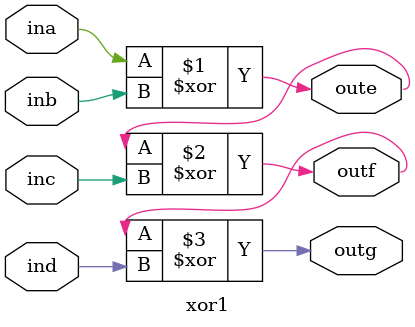
<source format=v>
`timescale 1ns / 1ps

module xor1(
    input ina, inb, inc, ind,
    output oute, outf, outg
);
    
    assign oute = ina ^ inb;
    assign outf = oute ^ inc;
    assign outg = outf ^ ind;
    
endmodule

</source>
